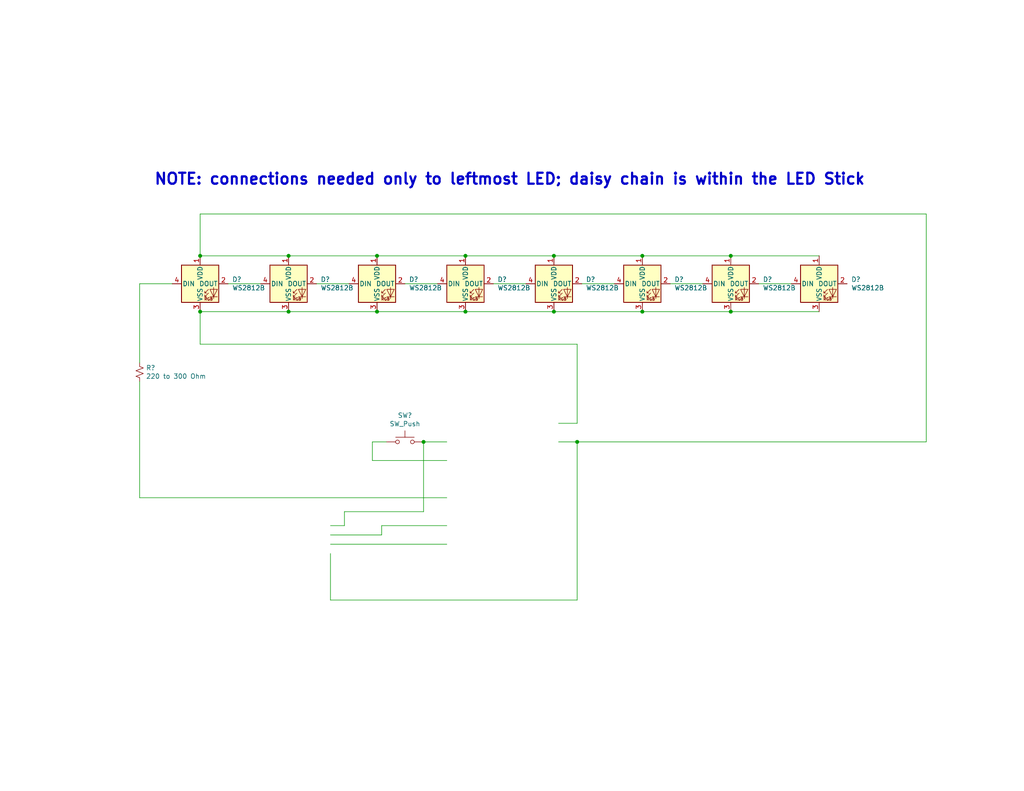
<source format=kicad_sch>
(kicad_sch (version 20230121) (generator eeschema)
  (paper "USLetter")
  (title_block (title "03 Sonar Range Detector") (date "2023-04-18") (company "Author: https://github.com/Mark-MDO47/ArduinoClass/tree/master") (comment 1 "NOTE: Chips & Modules shown top view, notch at top"))
  (lib_symbols
    (symbol "Device:R_Small_US" (pin_numbers hide) (pin_names (offset 0.254) hide)
      (property "Reference" "R" (at 0.762 0.508 0))
      (property "Value" "R_Small_US" (at 0.762 -1.016 0))
      (symbol "R_Small_US_1_1"
        (polyline (pts (xy 0 0) (xy 1.016 -0.381) (xy 0 -0.762) (xy -1.016 -1.143) (xy 0 -1.524)))
        (polyline (pts (xy 0 1.524) (xy 1.016 1.143) (xy 0 0.762) (xy -1.016 0.381) (xy 0 0)))
        (pin passive line (at 0 2.54 270) (length 1.016) (name "~") (number "1"))
        (pin passive line (at 0 -2.54 90) (length 1.016) (name "~") (number "2"))
      )
    )
    (symbol "LED:WS2812B" (pin_names (offset 0.254))
      (property "Reference" "D" (at 5.08 5.715 0))
      (property "Value" "WS2812B" (at 1.27 -5.715 0))
      (symbol "WS2812B_0_0"
        (text "RGB" (at 2.286 -4.191 0) (effects (font (size 0.762 0.762))))
      )
      (symbol "WS2812B_0_1"
        (polyline (pts (xy 1.27 -3.556) (xy 1.778 -3.556)))
        (polyline (pts (xy 1.27 -2.54) (xy 1.778 -2.54)))
        (polyline (pts (xy 4.699 -3.556) (xy 2.667 -3.556)))
        (polyline (pts (xy 2.286 -2.54) (xy 1.27 -3.556) (xy 1.27 -3.048)))
        (polyline (pts (xy 2.286 -1.524) (xy 1.27 -2.54) (xy 1.27 -2.032)))
        (polyline (pts (xy 3.683 -1.016) (xy 3.683 -3.556) (xy 3.683 -4.064)))
        (polyline (pts (xy 4.699 -1.524) (xy 2.667 -1.524) (xy 3.683 -3.556) (xy 4.699 -1.524)))
        (rectangle (start 5.08 5.08) (end -5.08 -5.08) (stroke (width 0.254)) (fill (type background)))
      )
      (symbol "WS2812B_1_1"
        (pin power_in line (at 0 7.62 270) (length 2.54) (name "VDD") (number "1"))
        (pin output line (at 7.62 0 180) (length 2.54) (name "DOUT") (number "2"))
        (pin power_in line (at 0 -7.62 90) (length 2.54) (name "VSS") (number "3"))
        (pin input line (at -7.62 0 0) (length 2.54) (name "DIN") (number "4"))
      )
    )
    (symbol "Switch:SW_Push" (pin_numbers hide) (pin_names (offset 1.016) hide)
      (property "Reference" "SW" (at 1.27 2.54 0))
      (property "Value" "SW_Push" (at 0 -1.524 0))
      (symbol "SW_Push_0_1"
        (circle (center -2.032 0) (radius 0.508))
        (polyline (pts (xy 0 1.27) (xy 0 3.048)))
        (polyline (pts (xy 2.54 1.27) (xy -2.54 1.27)))
        (circle (center 2.032 0) (radius 0.508))
        (pin passive line (at -5.08 0 0) (length 2.54) (name "1") (number "1"))
        (pin passive line (at 5.08 0 180) (length 2.54) (name "2") (number "2"))
      )
    )
  )
  (junction (at 115.57 120.65))
  (junction (at 199.39 85.09))
  (junction (at 127 69.85))
  (junction (at 151.13 69.85))
  (junction (at 175.26 85.09))
  (junction (at 157.48 120.65))
  (junction (at 54.61 69.85))
  (junction (at 102.87 85.09))
  (junction (at 78.74 69.85))
  (junction (at 127 85.09))
  (junction (at 175.26 69.85))
  (junction (at 54.61 85.09))
  (junction (at 102.87 69.85))
  (junction (at 199.39 69.85))
  (junction (at 78.74 85.09))
  (junction (at 151.13 85.09))
  (wire (pts (xy 252.73 58.42) (xy 252.73 120.65)))
  (wire (pts (xy 54.61 85.09) (xy 54.61 93.98)))
  (wire (pts (xy 78.74 85.09) (xy 54.61 85.09)))
  (wire (pts (xy 175.26 69.85) (xy 151.13 69.85)))
  (wire (pts (xy 223.52 85.09) (xy 199.39 85.09)))
  (wire (pts (xy 121.92 135.89) (xy 38.1 135.89)))
  (wire (pts (xy 199.39 85.09) (xy 175.26 85.09)))
  (wire (pts (xy 152.4 115.57) (xy 157.48 115.57)))
  (wire (pts (xy 151.13 85.09) (xy 127 85.09)))
  (wire (pts (xy 175.26 85.09) (xy 151.13 85.09)))
  (wire (pts (xy 158.75 77.47) (xy 167.64 77.47)))
  (wire (pts (xy 121.92 143.51) (xy 104.14 143.51)))
  (wire (pts (xy 157.48 93.98) (xy 54.61 93.98)))
  (wire (pts (xy 101.6 120.65) (xy 101.6 125.73)))
  (wire (pts (xy 151.13 69.85) (xy 127 69.85)))
  (wire (pts (xy 104.14 146.05) (xy 90.17 146.05)))
  (wire (pts (xy 121.92 148.59) (xy 90.17 148.59)))
  (wire (pts (xy 121.92 120.65) (xy 115.57 120.65)))
  (wire (pts (xy 110.49 77.47) (xy 119.38 77.47)))
  (wire (pts (xy 223.52 69.85) (xy 199.39 69.85)))
  (wire (pts (xy 115.57 120.65) (xy 115.57 139.7)))
  (wire (pts (xy 38.1 135.89) (xy 38.1 104.14)))
  (wire (pts (xy 62.23 77.47) (xy 71.12 77.47)))
  (wire (pts (xy 127 85.09) (xy 102.87 85.09)))
  (wire (pts (xy 182.88 77.47) (xy 191.77 77.47)))
  (wire (pts (xy 105.41 120.65) (xy 101.6 120.65)))
  (wire (pts (xy 157.48 115.57) (xy 157.48 93.98)))
  (wire (pts (xy 54.61 58.42) (xy 54.61 69.85)))
  (wire (pts (xy 121.92 125.73) (xy 101.6 125.73)))
  (wire (pts (xy 102.87 85.09) (xy 78.74 85.09)))
  (wire (pts (xy 86.36 77.47) (xy 95.25 77.47)))
  (wire (pts (xy 102.87 69.85) (xy 78.74 69.85)))
  (wire (pts (xy 127 69.85) (xy 102.87 69.85)))
  (wire (pts (xy 115.57 139.7) (xy 93.98 139.7)))
  (wire (pts (xy 157.48 163.83) (xy 90.17 163.83)))
  (wire (pts (xy 157.48 120.65) (xy 252.73 120.65)))
  (wire (pts (xy 38.1 77.47) (xy 38.1 99.06)))
  (wire (pts (xy 93.98 143.51) (xy 90.17 143.51)))
  (wire (pts (xy 252.73 58.42) (xy 54.61 58.42)))
  (wire (pts (xy 104.14 143.51) (xy 104.14 146.05)))
  (wire (pts (xy 157.48 120.65) (xy 157.48 163.83)))
  (wire (pts (xy 46.99 77.47) (xy 38.1 77.47)))
  (wire (pts (xy 93.98 139.7) (xy 93.98 143.51)))
  (wire (pts (xy 152.4 120.65) (xy 157.48 120.65)))
  (wire (pts (xy 78.74 69.85) (xy 54.61 69.85)))
  (wire (pts (xy 207.01 77.47) (xy 215.9 77.47)))
  (wire (pts (xy 134.62 77.47) (xy 143.51 77.47)))
  (wire (pts (xy 199.39 69.85) (xy 175.26 69.85)))
  (wire (pts (xy 90.17 163.83) (xy 90.17 151.13)))
  (text "NOTE: connections needed only to leftmost LED; daisy chain is within the LED Stick" (at 41.91 50.8 0) (effects (font (size 2.9972 2.9972) (thickness 0.5994) bold) (justify left bottom)))
  (symbol (lib_id "Device:R_Small_US") (at 38.1 101.6 0) (unit 1)
    (property "Reference" "R?" (at 39.8272 100.4316 0) (effects (justify left)))
    (property "Value" "220 to 300 Ohm" (at 39.8272 102.743 0) (effects (justify left)))
  )
  (symbol (lib_id "Switch:SW_Push") (at 110.49 120.65 0) (unit 1)
    (property "Reference" "SW?" (at 110.49 113.411 0))
    (property "Value" "SW_Push" (at 110.49 115.7224 0))
  )
  (symbol (lib_id "mdoLibrary:Arduino_USB") (at 137.16 130.81 0) (unit 1)
    (property "Reference" "A?" (at 137.16 105.7402 0) (effects (font (size 1.524 1.524))))
    (property "Value" "Arduino_USB" (at 137.16 108.4326 0) (effects (font (size 1.524 1.524))))
  )
  (symbol (lib_id "LED:WS2812B") (at 54.61 77.47 0) (unit 1)
    (property "Reference" "D?" (at 63.3476 76.3016 0) (effects (justify left)))
    (property "Value" "WS2812B" (at 63.3476 78.613 0) (effects (justify left)))
    (property "Footprint" "LED_SMD:LED_WS2812B_PLCC4_5.0x5.0mm_P3.2mm" (effects hide))
    (property "Datasheet" "https://cdn-shop.adafruit.com/datasheets/WS2812B.pdf" (effects hide))
  )
  (symbol (lib_id "LED:WS2812B") (at 78.74 77.47 0) (unit 1)
    (property "Reference" "D?" (at 87.4776 76.3016 0) (effects (justify left)))
    (property "Value" "WS2812B" (at 87.4776 78.613 0) (effects (justify left)))
    (property "Footprint" "LED_SMD:LED_WS2812B_PLCC4_5.0x5.0mm_P3.2mm" (effects hide))
    (property "Datasheet" "https://cdn-shop.adafruit.com/datasheets/WS2812B.pdf" (effects hide))
  )
  (symbol (lib_id "LED:WS2812B") (at 102.87 77.47 0) (unit 1)
    (property "Reference" "D?" (at 111.6076 76.3016 0) (effects (justify left)))
    (property "Value" "WS2812B" (at 111.6076 78.613 0) (effects (justify left)))
    (property "Footprint" "LED_SMD:LED_WS2812B_PLCC4_5.0x5.0mm_P3.2mm" (effects hide))
    (property "Datasheet" "https://cdn-shop.adafruit.com/datasheets/WS2812B.pdf" (effects hide))
  )
  (symbol (lib_id "LED:WS2812B") (at 127 77.47 0) (unit 1)
    (property "Reference" "D?" (at 135.7376 76.3016 0) (effects (justify left)))
    (property "Value" "WS2812B" (at 135.7376 78.613 0) (effects (justify left)))
    (property "Footprint" "LED_SMD:LED_WS2812B_PLCC4_5.0x5.0mm_P3.2mm" (effects hide))
    (property "Datasheet" "https://cdn-shop.adafruit.com/datasheets/WS2812B.pdf" (effects hide))
  )
  (symbol (lib_id "LED:WS2812B") (at 151.13 77.47 0) (unit 1)
    (property "Reference" "D?" (at 159.8676 76.3016 0) (effects (justify left)))
    (property "Value" "WS2812B" (at 159.8676 78.613 0) (effects (justify left)))
    (property "Footprint" "LED_SMD:LED_WS2812B_PLCC4_5.0x5.0mm_P3.2mm" (effects hide))
    (property "Datasheet" "https://cdn-shop.adafruit.com/datasheets/WS2812B.pdf" (effects hide))
  )
  (symbol (lib_id "LED:WS2812B") (at 175.26 77.47 0) (unit 1)
    (property "Reference" "D?" (at 183.9976 76.3016 0) (effects (justify left)))
    (property "Value" "WS2812B" (at 183.9976 78.613 0) (effects (justify left)))
    (property "Footprint" "LED_SMD:LED_WS2812B_PLCC4_5.0x5.0mm_P3.2mm" (effects hide))
    (property "Datasheet" "https://cdn-shop.adafruit.com/datasheets/WS2812B.pdf" (effects hide))
  )
  (symbol (lib_id "LED:WS2812B") (at 199.39 77.47 0) (unit 1)
    (property "Reference" "D?" (at 208.1276 76.3016 0) (effects (justify left)))
    (property "Value" "WS2812B" (at 208.1276 78.613 0) (effects (justify left)))
    (property "Footprint" "LED_SMD:LED_WS2812B_PLCC4_5.0x5.0mm_P3.2mm" (effects hide))
    (property "Datasheet" "https://cdn-shop.adafruit.com/datasheets/WS2812B.pdf" (effects hide))
  )
  (symbol (lib_id "LED:WS2812B") (at 223.52 77.47 0) (unit 1)
    (property "Reference" "D?" (at 232.2576 76.3016 0) (effects (justify left)))
    (property "Value" "WS2812B" (at 232.2576 78.613 0) (effects (justify left)))
    (property "Footprint" "LED_SMD:LED_WS2812B_PLCC4_5.0x5.0mm_P3.2mm" (effects hide))
    (property "Datasheet" "https://cdn-shop.adafruit.com/datasheets/WS2812B.pdf" (effects hide))
  )
  (symbol (lib_id "mdoLibrary:HC-SR04") (at 80.01 140.97 0) (unit 1)
    (property "Reference" "M?" (at 84.0232 138.049 0))
    (property "Value" "HC-SR04" (at 84.0232 140.3604 0))
  )
)
</source>
